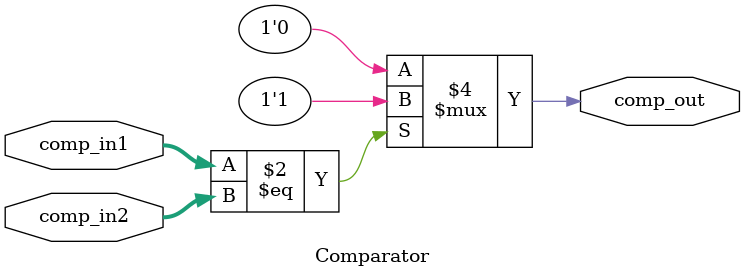
<source format=v>
`timescale 1ns/1ns

module Comparator (comp_in1, comp_in2, comp_out);

    input [31:0] comp_in1, comp_in2;
    output reg comp_out;

    always@(*)
    begin

        if(comp_in1 == comp_in2)
            comp_out <= 1'b1;
        else
            comp_out <= 1'b0;
    end

endmodule

</source>
